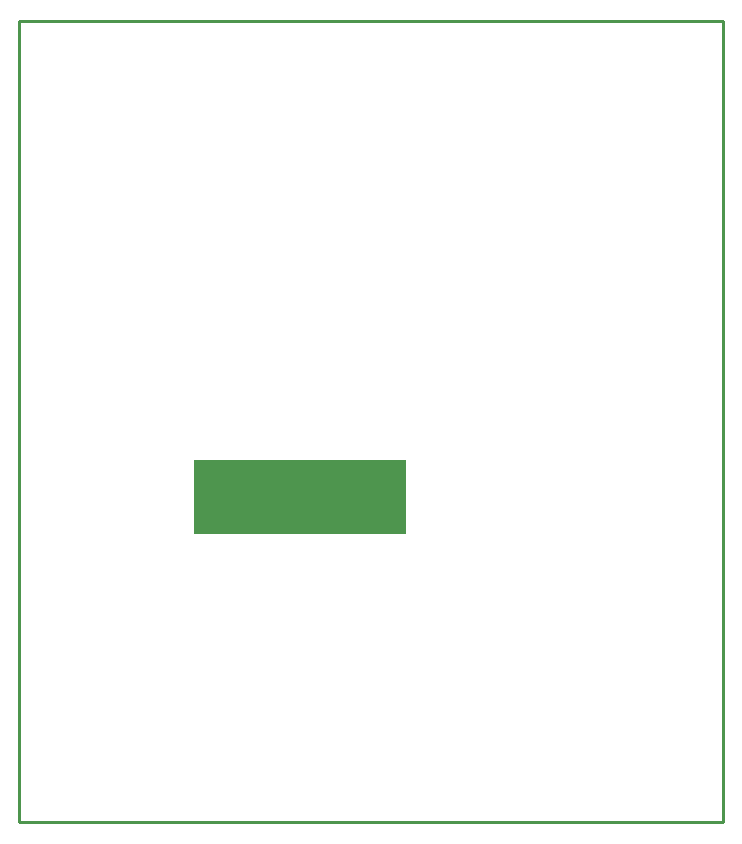
<source format=gko>
G04*
G04 #@! TF.GenerationSoftware,Altium Limited,Altium Designer,22.10.1 (41)*
G04*
G04 Layer_Color=16711935*
%FSLAX25Y25*%
%MOIN*%
G70*
G04*
G04 #@! TF.SameCoordinates,1A4408B6-C678-4EC5-8732-532A1CECFF35*
G04*
G04*
G04 #@! TF.FilePolarity,Positive*
G04*
G01*
G75*
%ADD14C,0.01000*%
%ADD35R,0.70866X0.24803*%
D14*
X248500Y442000D02*
X483000D01*
Y175000D02*
Y442000D01*
X248500Y175000D02*
X483000D01*
X248500D02*
Y442000D01*
D35*
X342000Y283476D02*
D03*
D03*
M02*

</source>
